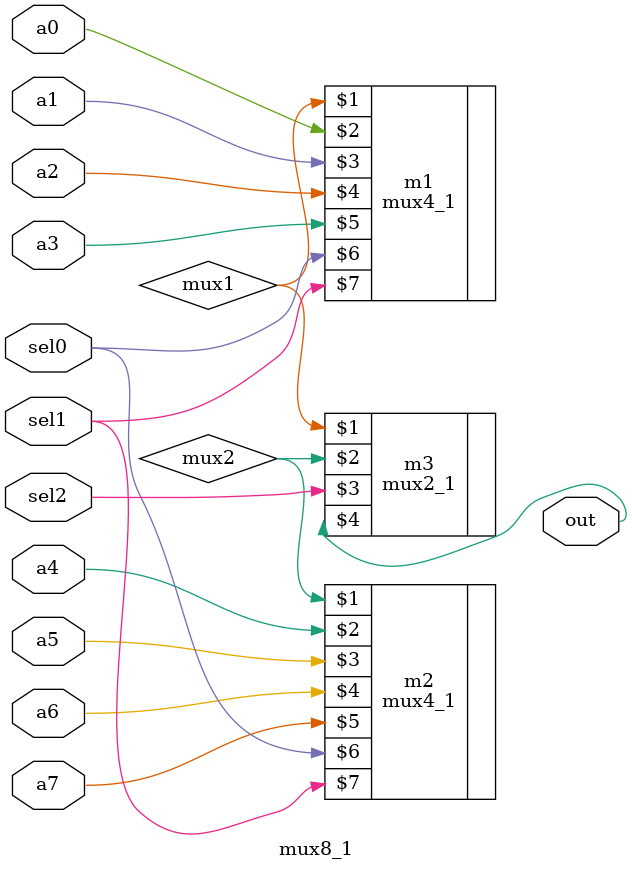
<source format=v>
module mux8_1(a0,a1,a2,a3,a4,a5,a6,a7,sel0,sel1,sel2,out); // mux 8 x 1 module
	input a0,a1,a2,a3,a4,a5,a6,a7;				// 8 input
	input sel0, sel1, sel2;							// secme girisler
	output out;										// olusan 1 bitlik output
	wire mux1, mux2;

	mux4_1 m1(mux1, a0,a1,a2,a3, sel0, sel1);		// 4 e 1 lik muxlar ile yapilir.
	mux4_1 m2(mux2, a4,a5,a6,a7, sel0, sel1);
	mux2_1 m3(mux1, mux2, sel2, out);
	
endmodule
</source>
